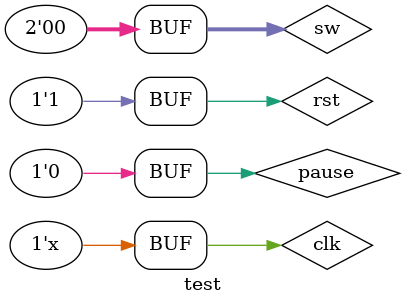
<source format=v>
module test;
    reg clk;
    reg rst;
    reg pause; 
    reg [1:0] sw;

    reg [3:0] an;
    reg [6:0] seg;

    integer i;
  
    stopwatch stopwatch_mod(
        .sw(sw),
        .clk(clk),
        .btnS(pause),
        .btnR(rst),
        .an(an),
        .seg(seg)
    );

    initial begin
        clk = 0;
        rst = 1;
        pause = 0;
        sw = 2'b00;
    end
    always #5 clk = ~clk;
  
endmodule
</source>
